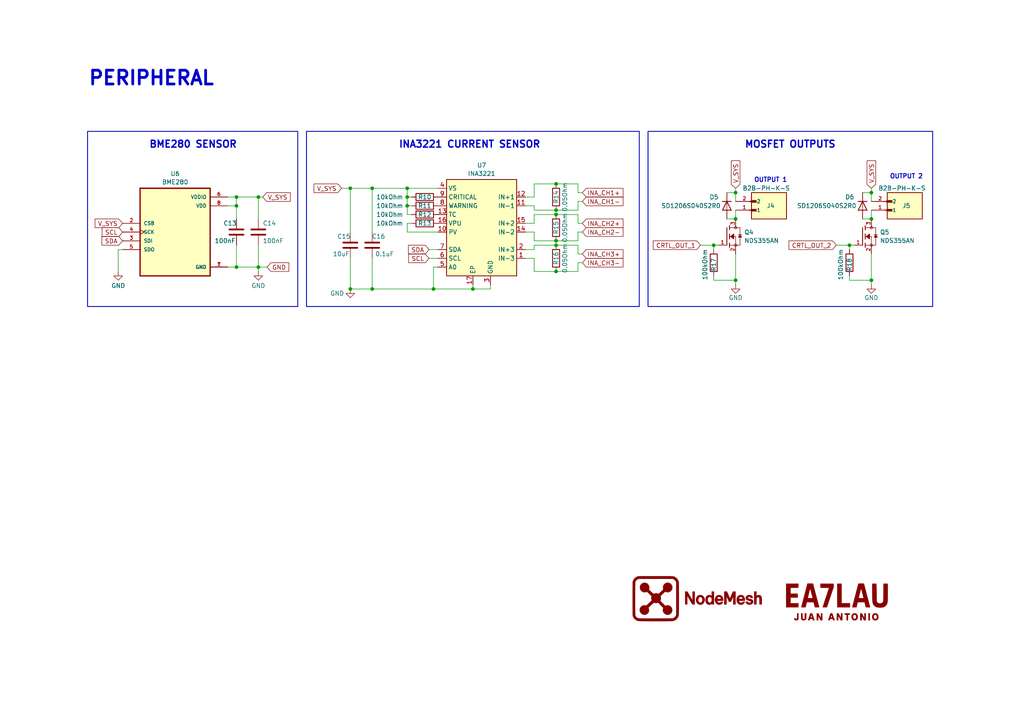
<source format=kicad_sch>
(kicad_sch (version 20250114) (generator "eeschema") (generator_version "9.0")
  (paper "A4")
  (title_block (title "NODEMESHPCB - PERIPHERAL") (date "18/06/2025") (rev "v1.0"))
  (lib_symbols
    (symbol "B2B-PH-K-S:B2B-PH-K-S" (pin_names (offset 1.016))
      (property "Reference" "J" (at -5.58 5.08 0))
      (property "Value" "B2B-PH-K-S" (at -6.35 -4.826 0))
      (symbol "B2B-PH-K-S_0_0"
        (pin passive line (at -8.89 2.54 0) (length 5.08) (name "1") (number "1"))
        (pin passive line (at -8.89 0 0) (length 5.08) (name "2") (number "2"))
      )
    )
    (symbol "BME280:BME280" (pin_names (offset 1.016))
      (property "Reference" "U" (at -10.1662 13.3431 0))
      (property "Value" "BME280" (at -10.1683 -15.2524 0))
      (symbol "BME280_0_0"
        (pin input line (at -15.24 2.54 0) (length 5.08) (name "CSB") (number "2"))
        (pin input clock (at -15.24 0 0) (length 5.08) (name "SCK") (number "4"))
        (pin bidirectional line (at -15.24 -2.54 0) (length 5.08) (name "SDI") (number "3"))
        (pin bidirectional line (at -15.24 -5.08 0) (length 5.08) (name "SDO") (number "5"))
        (pin power_in line (at 15.24 10.16 180) (length 5.08) (name "VDDIO") (number "6"))
        (pin power_in line (at 15.24 7.62 180) (length 5.08) (name "VDD") (number "8"))
        (pin power_in line (at 15.24 -10.16 180) (length 5.08) (name "GND") (number "1"))
        (pin power_in line (at 15.24 -10.16 180) (length 5.08) (name "GND") (number "7"))
      )
    )
    (symbol "Device:C" (pin_numbers (hide yes)) (pin_names (offset 0.254))
      (property "Reference" "C" (at 0.635 2.54 0))
      (property "Value" "C" (at 0.635 -2.54 0))
      (symbol "C_1_1"
        (pin passive line (at 0 3.81 270) (length 2.794) (name "~") (number "1"))
        (pin passive line (at 0 -3.81 90) (length 2.794) (name "~") (number "2"))
      )
    )
    (symbol "Device:D" (pin_numbers (hide yes)) (pin_names (offset 1.016) (hide yes))
      (property "Reference" "D" (at 0 2.54 0))
      (property "Value" "D" (at 0 -2.54 0))
      (symbol "D_1_1"
        (pin passive line (at -3.81 0 0) (length 2.54) (name "K") (number "1"))
        (pin passive line (at 3.81 0 180) (length 2.54) (name "A") (number "2"))
      )
    )
    (symbol "Device:R" (pin_numbers (hide yes)) (pin_names (offset 0))
      (property "Reference" "R" (at 2.032 0 90))
      (property "Value" "R" (at 0 0 90))
      (symbol "R_1_1"
        (pin passive line (at 0 3.81 270) (length 1.27) (name "~") (number "1"))
        (pin passive line (at 0 -3.81 90) (length 1.27) (name "~") (number "2"))
      )
    )
    (symbol "EA7LAULogo2:LOGO" (pin_names (offset 1.016)))
    (symbol "GND_1" (power) (pin_numbers (hide yes)) (pin_names (offset 0) (hide yes))
      (property "Value" "GND" (at 0 -3.81 0))
      (symbol "GND_1_1_1"
        (pin power_in line (at 0 0 270) (length 0) (name "~") (number "1"))
      )
    )
    (symbol "INA3221:INA3221"
      (property "Reference" "U" (at 10.16 17.78 0))
      (property "Value" "INA3221" (at -5.08 17.78 0))
      (symbol "INA3221_1_1"
        (pin power_in line (at -12.7 12.7 0) (length 2.54) (name "VS") (number "4"))
        (pin open_collector line (at -12.7 10.16 0) (length 2.54) (name "CRITICAL") (number "9"))
        (pin open_collector line (at -12.7 7.62 0) (length 2.54) (name "WARNING") (number "8"))
        (pin open_collector line (at -12.7 5.08 0) (length 2.54) (name "TC") (number "13"))
        (pin power_in line (at -12.7 2.54 0) (length 2.54) (name "VPU") (number "16"))
        (pin open_collector line (at -12.7 0 0) (length 2.54) (name "PV") (number "10"))
        (pin bidirectional line (at -12.7 -5.08 0) (length 2.54) (name "SDA") (number "7"))
        (pin input line (at -12.7 -7.62 0) (length 2.54) (name "SCL") (number "6"))
        (pin input line (at -12.7 -10.16 0) (length 2.54) (name "A0") (number "5"))
        (pin passive line (at -2.54 -15.24 90) (length 2.54) (name "EP") (number "17"))
        (pin power_in line (at 2.54 -15.24 90) (length 2.54) (name "GND") (number "3"))
        (pin input line (at 12.7 10.16 180) (length 2.54) (name "IN+1") (number "12"))
        (pin input line (at 12.7 7.62 180) (length 2.54) (name "IN-1") (number "11"))
        (pin input line (at 12.7 2.54 180) (length 2.54) (name "IN+2") (number "15"))
        (pin input line (at 12.7 0 180) (length 2.54) (name "IN-2") (number "14"))
        (pin input line (at 12.7 -5.08 180) (length 2.54) (name "IN+3") (number "2"))
        (pin input line (at 12.7 -7.62 180) (length 2.54) (name "IN-3") (number "1"))
      )
    )
    (symbol "NDS355AN:NDS355AN" (pin_names (offset 1.016))
      (property "Reference" "Q" (at -11.43 2.54 0))
      (property "Value" "NDS355AN" (at -11.43 -7.62 0))
      (symbol "NDS355AN_0_0"
        (pin passive line (at -5.08 -2.54 0) (length 2.54) (name "~") (number "1"))
        (pin passive line (at 0 5.08 270) (length 2.54) (name "~") (number "3"))
        (pin passive line (at 0 -5.08 90) (length 2.54) (name "~") (number "2"))
      )
    )
    (symbol "NodeMeshLogo:LOGO" (pin_names (offset 1.016)))
    (symbol "power:GND" (power) (pin_numbers (hide yes)) (pin_names (offset 0) (hide yes))
      (property "Value" "GND" (at 0 -3.81 0))
      (symbol "GND_1_1"
        (pin power_in line (at 0 0 270) (length 0) (name "~") (number "1"))
      )
    )
  )
  (rectangle (start 187.96 38.1) (end 270.51 88.9) (stroke (width 0.254)))
  (rectangle (start 88.9 38.1) (end 185.42 88.9) (stroke (width 0.254)))
  (rectangle (start 25.4 38.1) (end 86.36 88.9) (stroke (width 0.254)))
  (text "BME280 SENSOR" (at 43.18 43.18 0) (effects (font (size 2 2) (thickness 0.4) (bold yes)) (justify left bottom)))
  (text "OUTPUT 1\n\n" (at 223.52 53.34 0) (effects (font (size 1.27 1.27) (thickness 0.254) (bold yes))))
  (text "INA3221 CURRENT SENSOR" (at 115.57 43.18 0) (effects (font (size 2 2) (thickness 0.4) (bold yes)) (justify left bottom)))
  (text "OUTPUT 2\n\n\n" (at 262.89 53.34 0) (effects (font (size 1.27 1.27) (thickness 0.254) (bold yes))))
  (text "MOSFET OUTPUTS" (at 215.9 43.18 0) (effects (font (size 2 2) (thickness 0.4) (bold yes)) (justify left bottom)))
  (text "PERIPHERAL" (at 25.4 25.146 0) (effects (font (size 4 4) (thickness 0.8) (bold yes)) (justify left bottom)))
  (junction (at 101.6 54.61))
  (junction (at 68.58 57.15))
  (junction (at 125.73 83.82))
  (junction (at 107.95 54.61))
  (junction (at 252.73 81.28))
  (junction (at 213.36 81.28))
  (junction (at 118.11 54.61))
  (junction (at 246.38 71.12))
  (junction (at 74.93 57.15))
  (junction (at 137.16 83.82))
  (junction (at 161.29 53.34))
  (junction (at 74.93 77.47))
  (junction (at 118.11 57.15))
  (junction (at 101.6 83.82))
  (junction (at 213.36 63.5))
  (junction (at 107.95 83.82))
  (junction (at 252.73 55.88))
  (junction (at 68.58 59.69))
  (junction (at 252.73 63.5))
  (junction (at 161.29 69.85))
  (junction (at 161.29 60.96))
  (junction (at 68.58 77.47))
  (junction (at 161.29 78.74))
  (junction (at 161.29 71.12))
  (junction (at 207.01 71.12))
  (junction (at 118.11 59.69))
  (junction (at 213.36 55.88))
  (junction (at 161.29 62.23))
  (wire (pts (xy 118.11 67.31) (xy 127 67.31)))
  (wire (pts (xy 68.58 57.15) (xy 74.93 57.15)))
  (wire (pts (xy 68.58 71.12) (xy 68.58 77.47)))
  (wire (pts (xy 154.94 71.12) (xy 161.29 71.12)))
  (wire (pts (xy 161.29 62.23) (xy 167.64 62.23)))
  (wire (pts (xy 119.38 57.15) (xy 118.11 57.15)))
  (wire (pts (xy 74.93 77.47) (xy 74.93 78.74)))
  (wire (pts (xy 101.6 74.93) (xy 101.6 83.82)))
  (wire (pts (xy 118.11 57.15) (xy 118.11 54.61)))
  (wire (pts (xy 119.38 64.77) (xy 118.11 64.77)))
  (wire (pts (xy 154.94 60.96) (xy 161.29 60.96)))
  (wire (pts (xy 207.01 71.12) (xy 208.28 71.12)))
  (wire (pts (xy 101.6 54.61) (xy 107.95 54.61)))
  (wire (pts (xy 68.58 59.69) (xy 68.58 63.5)))
  (wire (pts (xy 207.01 81.28) (xy 213.36 81.28)))
  (wire (pts (xy 152.4 74.93) (xy 154.94 74.93)))
  (wire (pts (xy 68.58 77.47) (xy 74.93 77.47)))
  (wire (pts (xy 250.19 55.88) (xy 252.73 55.88)))
  (wire (pts (xy 74.93 57.15) (xy 76.2 57.15)))
  (wire (pts (xy 34.29 78.74) (xy 34.29 72.39)))
  (wire (pts (xy 167.64 67.31) (xy 167.64 69.85)))
  (wire (pts (xy 118.11 54.61) (xy 127 54.61)))
  (wire (pts (xy 152.4 64.77) (xy 154.94 64.77)))
  (wire (pts (xy 125.73 83.82) (xy 125.73 77.47)))
  (wire (pts (xy 161.29 69.85) (xy 167.64 69.85)))
  (wire (pts (xy 125.73 77.47) (xy 127 77.47)))
  (wire (pts (xy 77.47 77.47) (xy 74.93 77.47)))
  (wire (pts (xy 152.4 57.15) (xy 154.94 57.15)))
  (wire (pts (xy 213.36 55.88) (xy 213.36 58.42)))
  (wire (pts (xy 252.73 60.96) (xy 252.73 63.5)))
  (wire (pts (xy 246.38 71.12) (xy 247.65 71.12)))
  (wire (pts (xy 125.73 83.82) (xy 137.16 83.82)))
  (wire (pts (xy 154.94 57.15) (xy 154.94 53.34)))
  (wire (pts (xy 66.04 59.69) (xy 68.58 59.69)))
  (wire (pts (xy 154.94 53.34) (xy 161.29 53.34)))
  (wire (pts (xy 210.82 55.88) (xy 213.36 55.88)))
  (wire (pts (xy 142.24 82.55) (xy 142.24 83.82)))
  (wire (pts (xy 167.64 73.66) (xy 167.64 71.12)))
  (wire (pts (xy 101.6 83.82) (xy 107.95 83.82)))
  (wire (pts (xy 167.64 55.88) (xy 167.64 53.34)))
  (wire (pts (xy 66.04 77.47) (xy 68.58 77.47)))
  (wire (pts (xy 154.94 74.93) (xy 154.94 78.74)))
  (wire (pts (xy 119.38 59.69) (xy 118.11 59.69)))
  (wire (pts (xy 242.57 71.12) (xy 246.38 71.12)))
  (wire (pts (xy 213.36 81.28) (xy 213.36 73.66)))
  (wire (pts (xy 74.93 57.15) (xy 74.93 63.5)))
  (wire (pts (xy 213.36 54.61) (xy 213.36 55.88)))
  (wire (pts (xy 252.73 81.28) (xy 252.73 82.55)))
  (wire (pts (xy 66.04 57.15) (xy 68.58 57.15)))
  (wire (pts (xy 168.91 73.66) (xy 167.64 73.66)))
  (wire (pts (xy 167.64 58.42) (xy 167.64 60.96)))
  (wire (pts (xy 152.4 59.69) (xy 154.94 59.69)))
  (wire (pts (xy 34.29 72.39) (xy 35.56 72.39)))
  (wire (pts (xy 118.11 59.69) (xy 118.11 57.15)))
  (wire (pts (xy 161.29 60.96) (xy 167.64 60.96)))
  (wire (pts (xy 252.73 54.61) (xy 252.73 55.88)))
  (wire (pts (xy 118.11 62.23) (xy 118.11 59.69)))
  (wire (pts (xy 107.95 74.93) (xy 107.95 83.82)))
  (wire (pts (xy 213.36 81.28) (xy 213.36 82.55)))
  (wire (pts (xy 154.94 67.31) (xy 154.94 69.85)))
  (wire (pts (xy 154.94 64.77) (xy 154.94 62.23)))
  (wire (pts (xy 152.4 72.39) (xy 154.94 72.39)))
  (wire (pts (xy 137.16 83.82) (xy 142.24 83.82)))
  (wire (pts (xy 118.11 64.77) (xy 118.11 67.31)))
  (wire (pts (xy 168.91 58.42) (xy 167.64 58.42)))
  (wire (pts (xy 250.19 63.5) (xy 252.73 63.5)))
  (wire (pts (xy 161.29 78.74) (xy 167.64 78.74)))
  (wire (pts (xy 101.6 67.31) (xy 101.6 54.61)))
  (wire (pts (xy 68.58 57.15) (xy 68.58 59.69)))
  (wire (pts (xy 124.46 72.39) (xy 127 72.39)))
  (wire (pts (xy 74.93 71.12) (xy 74.93 77.47)))
  (wire (pts (xy 119.38 62.23) (xy 118.11 62.23)))
  (wire (pts (xy 154.94 69.85) (xy 161.29 69.85)))
  (wire (pts (xy 167.64 76.2) (xy 167.64 78.74)))
  (wire (pts (xy 168.91 76.2) (xy 167.64 76.2)))
  (wire (pts (xy 137.16 83.82) (xy 137.16 82.55)))
  (wire (pts (xy 168.91 67.31) (xy 167.64 67.31)))
  (wire (pts (xy 107.95 54.61) (xy 118.11 54.61)))
  (wire (pts (xy 203.2 71.12) (xy 207.01 71.12)))
  (wire (pts (xy 168.91 55.88) (xy 167.64 55.88)))
  (wire (pts (xy 207.01 72.39) (xy 207.01 71.12)))
  (wire (pts (xy 161.29 53.34) (xy 167.64 53.34)))
  (wire (pts (xy 252.73 55.88) (xy 252.73 58.42)))
  (wire (pts (xy 246.38 81.28) (xy 252.73 81.28)))
  (wire (pts (xy 154.94 59.69) (xy 154.94 60.96)))
  (wire (pts (xy 107.95 54.61) (xy 107.95 67.31)))
  (wire (pts (xy 154.94 62.23) (xy 161.29 62.23)))
  (wire (pts (xy 210.82 63.5) (xy 213.36 63.5)))
  (wire (pts (xy 213.36 60.96) (xy 213.36 63.5)))
  (wire (pts (xy 252.73 81.28) (xy 252.73 73.66)))
  (wire (pts (xy 168.91 64.77) (xy 167.64 64.77)))
  (wire (pts (xy 161.29 71.12) (xy 167.64 71.12)))
  (wire (pts (xy 154.94 78.74) (xy 161.29 78.74)))
  (wire (pts (xy 246.38 72.39) (xy 246.38 71.12)))
  (wire (pts (xy 99.06 54.61) (xy 101.6 54.61)))
  (wire (pts (xy 246.38 80.01) (xy 246.38 81.28)))
  (wire (pts (xy 167.64 64.77) (xy 167.64 62.23)))
  (wire (pts (xy 207.01 80.01) (xy 207.01 81.28)))
  (wire (pts (xy 124.46 74.93) (xy 127 74.93)))
  (wire (pts (xy 107.95 83.82) (xy 125.73 83.82)))
  (wire (pts (xy 152.4 67.31) (xy 154.94 67.31)))
  (wire (pts (xy 154.94 72.39) (xy 154.94 71.12)))
  (global_label "INA_CH2-" (shape input) (at 168.91 67.31 0) (property "Intersheetrefs" "${INTERSHEET_REFS}" (effects (hide yes))))
  (global_label "SCL" (shape input) (at 124.46 74.93 180) (property "Intersheetrefs" "${INTERSHEET_REFS}" (effects (hide yes))))
  (global_label "SCL" (shape input) (at 35.56 67.31 180) (property "Intersheetrefs" "${INTERSHEET_REFS}" (effects (hide yes))))
  (global_label "V_SYS" (shape input) (at 99.06 54.61 180) (property "Intersheetrefs" "${INTERSHEET_REFS}" (effects (hide yes))))
  (global_label "SDA" (shape input) (at 124.46 72.39 180) (property "Intersheetrefs" "${INTERSHEET_REFS}" (effects (hide yes))))
  (global_label "INA_CH2+" (shape input) (at 168.91 64.77 0) (property "Intersheetrefs" "${INTERSHEET_REFS}" (effects (hide yes))))
  (global_label "INA_CH1+" (shape input) (at 168.91 55.88 0) (property "Intersheetrefs" "${INTERSHEET_REFS}" (effects (hide yes))))
  (global_label "CRTL_OUT_2" (shape input) (at 242.57 71.12 180) (property "Intersheetrefs" "${INTERSHEET_REFS}" (effects (hide yes))))
  (global_label "CRTL_OUT_1" (shape input) (at 203.2 71.12 180) (property "Intersheetrefs" "${INTERSHEET_REFS}" (effects (hide yes))))
  (global_label "GND" (shape input) (at 77.47 77.47 0) (property "Intersheetrefs" "${INTERSHEET_REFS}" (effects (hide yes))))
  (global_label "INA_CH3+" (shape input) (at 168.91 73.66 0) (property "Intersheetrefs" "${INTERSHEET_REFS}" (effects (hide yes))))
  (global_label "V_SYS" (shape input) (at 252.73 54.61 90) (property "Intersheetrefs" "${INTERSHEET_REFS}" (effects (hide yes))))
  (global_label "V_SYS" (shape input) (at 213.36 54.61 90) (property "Intersheetrefs" "${INTERSHEET_REFS}" (effects (hide yes))))
  (global_label "V_SYS" (shape input) (at 76.2 57.15 0) (property "Intersheetrefs" "${INTERSHEET_REFS}" (effects (hide yes))))
  (global_label "INA_CH1-" (shape input) (at 168.91 58.42 0) (property "Intersheetrefs" "${INTERSHEET_REFS}" (effects (hide yes))))
  (global_label "V_SYS" (shape input) (at 35.56 64.77 180) (property "Intersheetrefs" "${INTERSHEET_REFS}" (effects (hide yes))))
  (global_label "INA_CH3-" (shape input) (at 168.91 76.2 0) (property "Intersheetrefs" "${INTERSHEET_REFS}" (effects (hide yes))))
  (global_label "SDA" (shape input) (at 35.56 69.85 180) (property "Intersheetrefs" "${INTERSHEET_REFS}" (effects (hide yes))))
  (symbol (lib_name "GND_1") (lib_id "power:GND") (at 213.36 82.55 0) (unit 1)
    (property "Reference" "#PWR05" (effects (hide yes)))
    (property "Value" "GND" (at 213.36 86.36 0))
    (property "Description" "Power symbol creates a global label with name \"GND\" , ground" (effects (hide yes)))
  )
  (symbol (lib_id "Device:R") (at 123.19 62.23 90) (unit 1)
    (property "Reference" "R12" (at 123.19 62.23 90))
    (property "Value" "10kOhm" (at 113.03 62.23 90))
    (property "Description" "Resistor" (effects (hide yes)))
  )
  (symbol (lib_id "BME280:BME280") (at 50.8 67.31 0) (unit 1)
    (property "Reference" "U6" (at 50.8 50.3893 0))
    (property "Value" "BME280" (at 50.8 52.8136 0))
    (property "Footprint" "BME280:PSON65P250X250X100-8N" (effects (hide yes)))
    (property "MF" "Bosch" (effects (hide yes)))
    (property "DESCRIPTION" "Integrated pressure, humidity and temperature sensor; 8-pin 2.5x2.5x0.93mm LGA" (effects (hide yes)))
    (property "PACKAGE" "LGA-8 Bosch" (effects (hide yes)))
    (property "PRICE" "4.94 USD" (effects (hide yes)))
    (property "Package" "LGA-8 Bosch" (effects (hide yes)))
    (property "Check_prices" "https://www.snapeda.com/parts/BME280/Bosch/view-part/?ref=eda" (effects (hide yes)))
    (property "STANDARD" "IPC-7351B" (effects (hide yes)))
    (property "SnapEDA_Link" "https://www.snapeda.com/parts/BME280/Bosch/view-part/?ref=snap" (effects (hide yes)))
    (property "MP" "BME280" (effects (hide yes)))
    (property "Price" "None" (effects (hide yes)))
    (property "Availability" "In Stock" (effects (hide yes)))
    (property "AVAILABILITY" "Good" (effects (hide yes)))
    (property "Description_1" "Board Mount Humidity Sensors MEMS humidity, pressure and temperature sensor" (effects (hide yes)))
  )
  (symbol (lib_id "power:GND") (at 74.93 78.74 0) (unit 1)
    (property "Reference" "#PWR03" (effects (hide yes)))
    (property "Value" "GND" (at 74.93 82.8731 0))
    (property "Description" "Power symbol creates a global label with name \"GND\" , ground" (effects (hide yes)))
  )
  (symbol (lib_id "INA3221:INA3221") (at 139.7 67.31 0) (unit 1)
    (property "Reference" "U7" (at 139.7 47.9255 0))
    (property "Value" "INA3221" (at 139.7 50.3498 0))
    (property "Footprint" "Package_DFN_QFN:Texas_RGV0016A_VQFN-16-1EP_4x4mm_P0.65mm_EP2.1x2.1mm" (effects (hide yes)))
    (property "Datasheet" "http://www.ti.com/lit/ds/symlink/ina3221.pdf" (effects (hide yes)))
    (property "Description" "Triple-Channel High-Side Shunt and Bus Voltage Monitor with I2C and SMBUS Compatible Interface, QFN-16" (effects (hide yes)))
  )
  (symbol (lib_id "B2B-PH-K-S:B2B-PH-K-S") (at 222.25 58.42 0) (mirror x) (unit 1)
    (property "Reference" "J4" (at 223.52 59.69 0))
    (property "Value" "B2B-PH-K-S" (at 222.25 54.61 0))
    (property "Footprint" "B2B-PH-K-S:JST_B2B-PH-K-S" (effects (hide yes)))
    (property "MANUFACTURER" "JST" (effects (hide yes)))
  )
  (symbol (lib_id "Device:R") (at 161.29 74.93 180) (unit 1)
    (property "Reference" "R16" (at 161.29 74.93 90))
    (property "Value" "0.05Ohm" (at 163.83 74.93 90))
    (property "Description" "Resistor" (effects (hide yes)))
  )
  (symbol (lib_id "Device:R") (at 207.01 76.2 0) (unit 1)
    (property "Reference" "R17" (at 207.01 78.74 90) (effects (justify left)))
    (property "Value" "100kOhm" (at 204.47 81.28 90) (effects (justify left)))
    (property "Description" "Resistor" (effects (hide yes)))
  )
  (symbol (lib_id "NDS355AN:NDS355AN") (at 213.36 68.58 0) (unit 1)
    (property "Reference" "Q4" (at 215.8492 67.3678 0) (effects (justify left)))
    (property "Value" "NDS355AN" (at 215.8492 69.7921 0) (effects (justify left)))
    (property "Footprint" "NDS355AN:SOT95P251X112-3N" (effects (hide yes)))
    (property "MF" "ON Semiconductor" (effects (hide yes)))
    (property "MAXIMUM_PACKAGE_HEIGHT" "1.12mm" (effects (hide yes)))
    (property "Package" "SOT-23-3 ON Semiconductor" (effects (hide yes)))
    (property "Price" "None" (effects (hide yes)))
    (property "Check_prices" "https://www.snapeda.com/parts/NDS355AN/Onsemi/view-part/?ref=eda" (effects (hide yes)))
    (property "STANDARD" "IPC-7351B" (effects (hide yes)))
    (property "PARTREV" "3" (effects (hide yes)))
    (property "SnapEDA_Link" "https://www.snapeda.com/parts/NDS355AN/Onsemi/view-part/?ref=snap" (effects (hide yes)))
    (property "MP" "NDS355AN" (effects (hide yes)))
    (property "Description_1" "N-Channel 30V 1.7A (Ta) 500mW (Ta) Surface Mount SuperSOT-3" (effects (hide yes)))
    (property "Availability" "In Stock" (effects (hide yes)))
    (property "MANUFACTURER" "ON Semiconductor" (effects (hide yes)))
  )
  (symbol (lib_id "Device:C") (at 68.58 67.31 0) (unit 1)
    (property "Reference" "C13" (at 64.77 64.77 0) (effects (justify left)))
    (property "Value" "100nF" (at 62.23 69.85 0) (effects (justify left)))
    (property "Description" "Unpolarized capacitor" (effects (hide yes)))
  )
  (symbol (lib_id "Device:C") (at 107.95 71.12 0) (mirror y) (unit 1)
    (property "Reference" "C16" (at 111.76 68.58 0) (effects (justify left)))
    (property "Value" "0.1uF" (at 114.3 73.66 0) (effects (justify left)))
    (property "Description" "Unpolarized capacitor" (effects (hide yes)))
  )
  (symbol (lib_id "Device:R") (at 123.19 64.77 90) (unit 1)
    (property "Reference" "R13" (at 123.19 64.77 90))
    (property "Value" "10kOhm" (at 113.03 64.77 90))
    (property "Description" "Resistor" (effects (hide yes)))
  )
  (symbol (lib_id "NodeMeshLogo:LOGO") (at 201.93 173.99 0) (unit 1)
    (property "Reference" "#G9" (effects (hide yes)))
    (property "Value" "LOGO" (effects (hide yes)))
  )
  (symbol (lib_id "Device:R") (at 123.19 59.69 90) (unit 1)
    (property "Reference" "R11" (at 123.19 59.69 90))
    (property "Value" "10kOhm" (at 113.03 59.69 90))
    (property "Description" "Resistor" (effects (hide yes)))
  )
  (symbol (lib_id "Device:C") (at 74.93 67.31 0) (unit 1)
    (property "Reference" "C14" (at 76.2 64.77 0) (effects (justify left)))
    (property "Value" "100nF" (at 76.2 69.85 0) (effects (justify left)))
    (property "Description" "Unpolarized capacitor" (effects (hide yes)))
  )
  (symbol (lib_name "GND_1") (lib_id "power:GND") (at 252.73 82.55 0) (unit 1)
    (property "Reference" "#PWR06" (effects (hide yes)))
    (property "Value" "GND" (at 252.73 86.36 0))
    (property "Description" "Power symbol creates a global label with name \"GND\" , ground" (effects (hide yes)))
  )
  (symbol (lib_id "NDS355AN:NDS355AN") (at 252.73 68.58 0) (unit 1)
    (property "Reference" "Q5" (at 255.2192 67.3678 0) (effects (justify left)))
    (property "Value" "NDS355AN" (at 255.2192 69.7921 0) (effects (justify left)))
    (property "Footprint" "NDS355AN:SOT95P251X112-3N" (effects (hide yes)))
    (property "MF" "ON Semiconductor" (effects (hide yes)))
    (property "MAXIMUM_PACKAGE_HEIGHT" "1.12mm" (effects (hide yes)))
    (property "Package" "SOT-23-3 ON Semiconductor" (effects (hide yes)))
    (property "Price" "None" (effects (hide yes)))
    (property "Check_prices" "https://www.snapeda.com/parts/NDS355AN/Onsemi/view-part/?ref=eda" (effects (hide yes)))
    (property "STANDARD" "IPC-7351B" (effects (hide yes)))
    (property "PARTREV" "3" (effects (hide yes)))
    (property "SnapEDA_Link" "https://www.snapeda.com/parts/NDS355AN/Onsemi/view-part/?ref=snap" (effects (hide yes)))
    (property "MP" "NDS355AN" (effects (hide yes)))
    (property "Description_1" "N-Channel 30V 1.7A (Ta) 500mW (Ta) Surface Mount SuperSOT-3" (effects (hide yes)))
    (property "Availability" "In Stock" (effects (hide yes)))
    (property "MANUFACTURER" "ON Semiconductor" (effects (hide yes)))
  )
  (symbol (lib_id "Device:R") (at 161.29 57.15 180) (unit 1)
    (property "Reference" "R14" (at 161.29 57.15 90))
    (property "Value" "0.05Ohm" (at 163.83 57.15 90))
    (property "Description" "Resistor" (effects (hide yes)))
  )
  (symbol (lib_id "Device:R") (at 161.29 66.04 180) (unit 1)
    (property "Reference" "R15" (at 161.29 66.04 90))
    (property "Value" "0.05Ohm" (at 163.83 66.04 90))
    (property "Description" "Resistor" (effects (hide yes)))
  )
  (symbol (lib_id "Device:C") (at 101.6 71.12 0) (unit 1)
    (property "Reference" "C15" (at 97.79 68.58 0) (effects (justify left)))
    (property "Value" "10uF" (at 96.52 73.66 0) (effects (justify left)))
    (property "Description" "Unpolarized capacitor" (effects (hide yes)))
  )
  (symbol (lib_id "Device:D") (at 250.19 59.69 270) (unit 1)
    (property "Reference" "D6" (at 245.11 57.15 90) (effects (justify left)))
    (property "Value" "SD1206S040S2R0" (at 231.14 59.69 90) (effects (justify left)))
    (property "Footprint" "Diode_SMD:D_1206_3216Metric" (effects (hide yes)))
    (property "Sim.Device" "D" (effects (hide yes)))
    (property "Sim.Pins" "1=K 2=A" (effects (hide yes)))
  )
  (symbol (lib_id "B2B-PH-K-S:B2B-PH-K-S") (at 261.62 58.42 0) (mirror x) (unit 1)
    (property "Reference" "J5" (at 262.89 59.69 0))
    (property "Value" "B2B-PH-K-S" (at 261.62 54.61 0))
    (property "Footprint" "B2B-PH-K-S:JST_B2B-PH-K-S" (effects (hide yes)))
    (property "MANUFACTURER" "JST" (effects (hide yes)))
  )
  (symbol (lib_id "power:GND") (at 101.6 83.82 0) (unit 1)
    (property "Reference" "#PWR04" (effects (hide yes)))
    (property "Value" "GND" (at 97.79 85.09 0))
    (property "Description" "Power symbol creates a global label with name \"GND\" , ground" (effects (hide yes)))
  )
  (symbol (lib_id "Device:D") (at 210.82 59.69 270) (unit 1)
    (property "Reference" "D5" (at 205.74 57.15 90) (effects (justify left)))
    (property "Value" "SD1206S040S2R0" (at 191.77 59.69 90) (effects (justify left)))
    (property "Footprint" "Diode_SMD:D_1206_3216Metric" (effects (hide yes)))
    (property "Sim.Device" "D" (effects (hide yes)))
    (property "Sim.Pins" "1=K 2=A" (effects (hide yes)))
  )
  (symbol (lib_id "EA7LAULogo2:LOGO") (at 242.57 173.99 0) (unit 1)
    (property "Reference" "#G10" (effects (hide yes)))
    (property "Value" "LOGO" (effects (hide yes)))
  )
  (symbol (lib_id "Device:R") (at 246.38 76.2 0) (unit 1)
    (property "Reference" "R18" (at 246.38 78.74 90) (effects (justify left)))
    (property "Value" "100kOhm" (at 243.84 81.28 90) (effects (justify left)))
    (property "Description" "Resistor" (effects (hide yes)))
  )
  (symbol (lib_id "power:GND") (at 34.29 78.74 0) (unit 1)
    (property "Reference" "#PWR02" (effects (hide yes)))
    (property "Value" "GND" (at 34.29 82.8731 0))
    (property "Description" "Power symbol creates a global label with name \"GND\" , ground" (effects (hide yes)))
  )
  (symbol (lib_id "Device:R") (at 123.19 57.15 90) (unit 1)
    (property "Reference" "R10" (at 123.19 57.15 90))
    (property "Value" "10kOhm" (at 113.03 57.15 90))
    (property "Description" "Resistor" (effects (hide yes)))
  )
)
</source>
